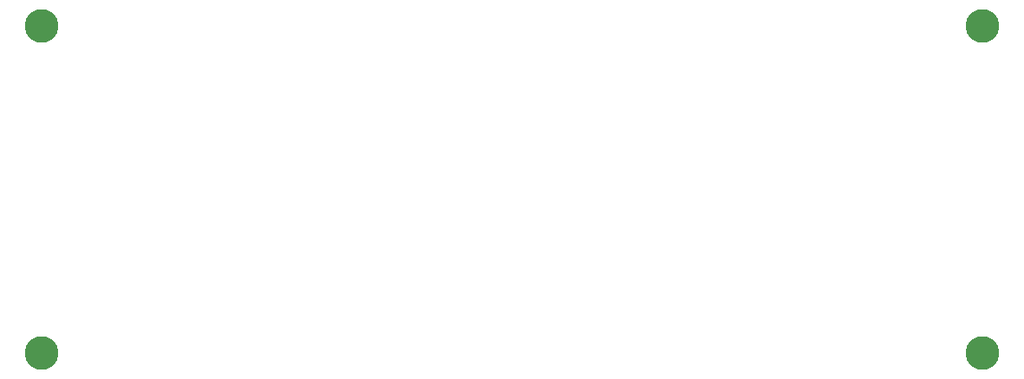
<source format=gtp>
G04 #@! TF.FileFunction,Paste,Top*
%FSLAX46Y46*%
G04 Gerber Fmt 4.6, Leading zero omitted, Abs format (unit mm)*
G04 Created by KiCad (PCBNEW 0.201508100901+6080~28~ubuntu14.04.1-product) date Wed 07 Oct 2015 01:26:35 BST*
%MOMM*%
G01*
G04 APERTURE LIST*
%ADD10C,0.100000*%
%ADD11C,3.300000*%
G04 APERTURE END LIST*
D10*
D11*
X54000000Y-104000000D03*
X146000000Y-136000000D03*
X54000000Y-136000000D03*
X146000000Y-104000000D03*
M02*

</source>
